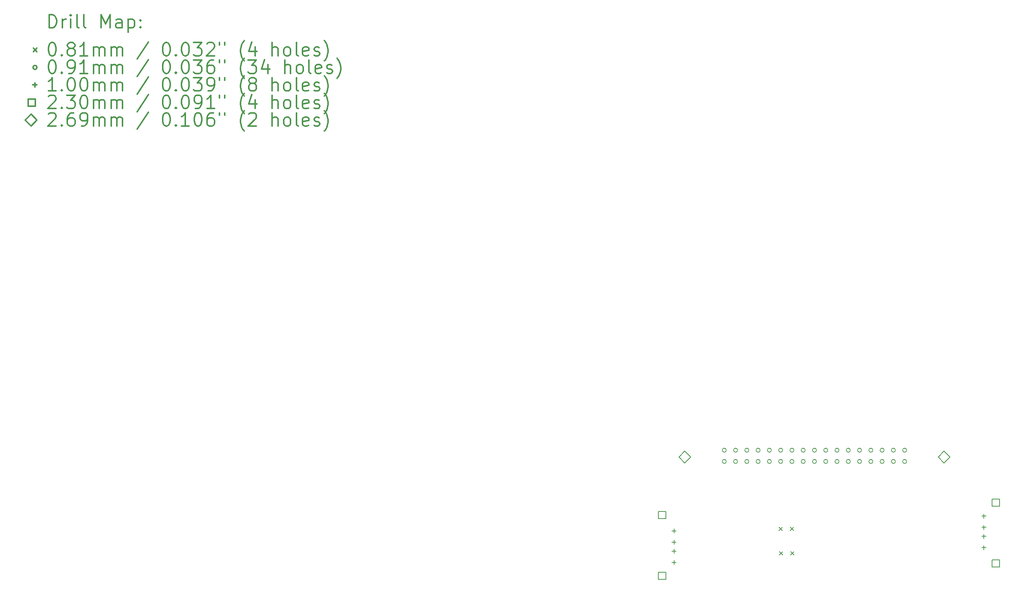
<source format=gbr>
%FSLAX45Y45*%
G04 Gerber Fmt 4.5, Leading zero omitted, Abs format (unit mm)*
G04 Created by KiCad (PCBNEW 4.0.2-4+6225~38~ubuntu14.04.1-stable) date Fri 25 Mar 2016 04:21:07 PM CET*
%MOMM*%
G01*
G04 APERTURE LIST*
%ADD10C,0.127000*%
%ADD11C,0.200000*%
%ADD12C,0.300000*%
G04 APERTURE END LIST*
D10*
D11*
X16714470Y-11729720D02*
X16795750Y-11811000D01*
X16795750Y-11729720D02*
X16714470Y-11811000D01*
X16723360Y-12278360D02*
X16804640Y-12359640D01*
X16804640Y-12278360D02*
X16723360Y-12359640D01*
X16968470Y-11729720D02*
X17049750Y-11811000D01*
X17049750Y-11729720D02*
X16968470Y-11811000D01*
X16977360Y-12278360D02*
X17058640Y-12359640D01*
X17058640Y-12278360D02*
X16977360Y-12359640D01*
X15530830Y-9992360D02*
G75*
G03X15530830Y-9992360I-45720J0D01*
G01*
X15530830Y-10246360D02*
G75*
G03X15530830Y-10246360I-45720J0D01*
G01*
X15784830Y-9992360D02*
G75*
G03X15784830Y-9992360I-45720J0D01*
G01*
X15784830Y-10246360D02*
G75*
G03X15784830Y-10246360I-45720J0D01*
G01*
X16038830Y-9992360D02*
G75*
G03X16038830Y-9992360I-45720J0D01*
G01*
X16038830Y-10246360D02*
G75*
G03X16038830Y-10246360I-45720J0D01*
G01*
X16292830Y-9992360D02*
G75*
G03X16292830Y-9992360I-45720J0D01*
G01*
X16292830Y-10246360D02*
G75*
G03X16292830Y-10246360I-45720J0D01*
G01*
X16546830Y-9992360D02*
G75*
G03X16546830Y-9992360I-45720J0D01*
G01*
X16546830Y-10246360D02*
G75*
G03X16546830Y-10246360I-45720J0D01*
G01*
X16800830Y-9992360D02*
G75*
G03X16800830Y-9992360I-45720J0D01*
G01*
X16800830Y-10246360D02*
G75*
G03X16800830Y-10246360I-45720J0D01*
G01*
X17054830Y-9992360D02*
G75*
G03X17054830Y-9992360I-45720J0D01*
G01*
X17054830Y-10246360D02*
G75*
G03X17054830Y-10246360I-45720J0D01*
G01*
X17308830Y-9992360D02*
G75*
G03X17308830Y-9992360I-45720J0D01*
G01*
X17308830Y-10246360D02*
G75*
G03X17308830Y-10246360I-45720J0D01*
G01*
X17562830Y-9992360D02*
G75*
G03X17562830Y-9992360I-45720J0D01*
G01*
X17562830Y-10246360D02*
G75*
G03X17562830Y-10246360I-45720J0D01*
G01*
X17816830Y-9992360D02*
G75*
G03X17816830Y-9992360I-45720J0D01*
G01*
X17816830Y-10246360D02*
G75*
G03X17816830Y-10246360I-45720J0D01*
G01*
X18070830Y-9992360D02*
G75*
G03X18070830Y-9992360I-45720J0D01*
G01*
X18070830Y-10246360D02*
G75*
G03X18070830Y-10246360I-45720J0D01*
G01*
X18324830Y-9992360D02*
G75*
G03X18324830Y-9992360I-45720J0D01*
G01*
X18324830Y-10246360D02*
G75*
G03X18324830Y-10246360I-45720J0D01*
G01*
X18578830Y-9992360D02*
G75*
G03X18578830Y-9992360I-45720J0D01*
G01*
X18578830Y-10246360D02*
G75*
G03X18578830Y-10246360I-45720J0D01*
G01*
X18832830Y-9992360D02*
G75*
G03X18832830Y-9992360I-45720J0D01*
G01*
X18832830Y-10246360D02*
G75*
G03X18832830Y-10246360I-45720J0D01*
G01*
X19086830Y-9992360D02*
G75*
G03X19086830Y-9992360I-45720J0D01*
G01*
X19086830Y-10246360D02*
G75*
G03X19086830Y-10246360I-45720J0D01*
G01*
X19340830Y-9992360D02*
G75*
G03X19340830Y-9992360I-45720J0D01*
G01*
X19340830Y-10246360D02*
G75*
G03X19340830Y-10246360I-45720J0D01*
G01*
X19594830Y-9992360D02*
G75*
G03X19594830Y-9992360I-45720J0D01*
G01*
X19594830Y-10246360D02*
G75*
G03X19594830Y-10246360I-45720J0D01*
G01*
X14351212Y-11761048D02*
X14351212Y-11861124D01*
X14301174Y-11811086D02*
X14401250Y-11811086D01*
X14351212Y-12015048D02*
X14351212Y-12115124D01*
X14301174Y-12065086D02*
X14401250Y-12065086D01*
X14351212Y-12218248D02*
X14351212Y-12318324D01*
X14301174Y-12268286D02*
X14401250Y-12268286D01*
X14351212Y-12472248D02*
X14351212Y-12572324D01*
X14301174Y-12522286D02*
X14401250Y-12522286D01*
X21335788Y-11430676D02*
X21335788Y-11530752D01*
X21285750Y-11480714D02*
X21385826Y-11480714D01*
X21335788Y-11684676D02*
X21335788Y-11784752D01*
X21285750Y-11734714D02*
X21385826Y-11734714D01*
X21335788Y-11887876D02*
X21335788Y-11987952D01*
X21285750Y-11937914D02*
X21385826Y-11937914D01*
X21335788Y-12141876D02*
X21335788Y-12241952D01*
X21285750Y-12191914D02*
X21385826Y-12191914D01*
X14165874Y-11536848D02*
X14165874Y-11374124D01*
X14003150Y-11374124D01*
X14003150Y-11536848D01*
X14165874Y-11536848D01*
X14165874Y-12908448D02*
X14165874Y-12745724D01*
X14003150Y-12745724D01*
X14003150Y-12908448D01*
X14165874Y-12908448D01*
X21683850Y-11257276D02*
X21683850Y-11094552D01*
X21521126Y-11094552D01*
X21521126Y-11257276D01*
X21683850Y-11257276D01*
X21683850Y-12628876D02*
X21683850Y-12466152D01*
X21521126Y-12466152D01*
X21521126Y-12628876D01*
X21683850Y-12628876D01*
X14596110Y-10279380D02*
X14730730Y-10144760D01*
X14596110Y-10010140D01*
X14461490Y-10144760D01*
X14596110Y-10279380D01*
X20438110Y-10279380D02*
X20572730Y-10144760D01*
X20438110Y-10010140D01*
X20303490Y-10144760D01*
X20438110Y-10279380D01*
D12*
X271429Y-465714D02*
X271429Y-165714D01*
X342857Y-165714D01*
X385714Y-180000D01*
X414286Y-208571D01*
X428571Y-237143D01*
X442857Y-294286D01*
X442857Y-337143D01*
X428571Y-394286D01*
X414286Y-422857D01*
X385714Y-451429D01*
X342857Y-465714D01*
X271429Y-465714D01*
X571429Y-465714D02*
X571429Y-265714D01*
X571429Y-322857D02*
X585714Y-294286D01*
X600000Y-280000D01*
X628571Y-265714D01*
X657143Y-265714D01*
X757143Y-465714D02*
X757143Y-265714D01*
X757143Y-165714D02*
X742857Y-180000D01*
X757143Y-194286D01*
X771429Y-180000D01*
X757143Y-165714D01*
X757143Y-194286D01*
X942857Y-465714D02*
X914286Y-451429D01*
X900000Y-422857D01*
X900000Y-165714D01*
X1100000Y-465714D02*
X1071429Y-451429D01*
X1057143Y-422857D01*
X1057143Y-165714D01*
X1442857Y-465714D02*
X1442857Y-165714D01*
X1542857Y-380000D01*
X1642857Y-165714D01*
X1642857Y-465714D01*
X1914286Y-465714D02*
X1914286Y-308571D01*
X1900000Y-280000D01*
X1871429Y-265714D01*
X1814286Y-265714D01*
X1785714Y-280000D01*
X1914286Y-451429D02*
X1885714Y-465714D01*
X1814286Y-465714D01*
X1785714Y-451429D01*
X1771429Y-422857D01*
X1771429Y-394286D01*
X1785714Y-365714D01*
X1814286Y-351429D01*
X1885714Y-351429D01*
X1914286Y-337143D01*
X2057143Y-265714D02*
X2057143Y-565714D01*
X2057143Y-280000D02*
X2085714Y-265714D01*
X2142857Y-265714D01*
X2171429Y-280000D01*
X2185714Y-294286D01*
X2200000Y-322857D01*
X2200000Y-408571D01*
X2185714Y-437143D01*
X2171429Y-451429D01*
X2142857Y-465714D01*
X2085714Y-465714D01*
X2057143Y-451429D01*
X2328572Y-437143D02*
X2342857Y-451429D01*
X2328572Y-465714D01*
X2314286Y-451429D01*
X2328572Y-437143D01*
X2328572Y-465714D01*
X2328572Y-280000D02*
X2342857Y-294286D01*
X2328572Y-308571D01*
X2314286Y-294286D01*
X2328572Y-280000D01*
X2328572Y-308571D01*
X-81280Y-919360D02*
X0Y-1000640D01*
X0Y-919360D02*
X-81280Y-1000640D01*
X328571Y-795714D02*
X357143Y-795714D01*
X385714Y-810000D01*
X400000Y-824286D01*
X414286Y-852857D01*
X428571Y-910000D01*
X428571Y-981429D01*
X414286Y-1038571D01*
X400000Y-1067143D01*
X385714Y-1081429D01*
X357143Y-1095714D01*
X328571Y-1095714D01*
X300000Y-1081429D01*
X285714Y-1067143D01*
X271429Y-1038571D01*
X257143Y-981429D01*
X257143Y-910000D01*
X271429Y-852857D01*
X285714Y-824286D01*
X300000Y-810000D01*
X328571Y-795714D01*
X557143Y-1067143D02*
X571429Y-1081429D01*
X557143Y-1095714D01*
X542857Y-1081429D01*
X557143Y-1067143D01*
X557143Y-1095714D01*
X742857Y-924286D02*
X714286Y-910000D01*
X700000Y-895714D01*
X685714Y-867143D01*
X685714Y-852857D01*
X700000Y-824286D01*
X714286Y-810000D01*
X742857Y-795714D01*
X800000Y-795714D01*
X828571Y-810000D01*
X842857Y-824286D01*
X857143Y-852857D01*
X857143Y-867143D01*
X842857Y-895714D01*
X828571Y-910000D01*
X800000Y-924286D01*
X742857Y-924286D01*
X714286Y-938571D01*
X700000Y-952857D01*
X685714Y-981429D01*
X685714Y-1038571D01*
X700000Y-1067143D01*
X714286Y-1081429D01*
X742857Y-1095714D01*
X800000Y-1095714D01*
X828571Y-1081429D01*
X842857Y-1067143D01*
X857143Y-1038571D01*
X857143Y-981429D01*
X842857Y-952857D01*
X828571Y-938571D01*
X800000Y-924286D01*
X1142857Y-1095714D02*
X971429Y-1095714D01*
X1057143Y-1095714D02*
X1057143Y-795714D01*
X1028571Y-838571D01*
X1000000Y-867143D01*
X971429Y-881429D01*
X1271429Y-1095714D02*
X1271429Y-895714D01*
X1271429Y-924286D02*
X1285714Y-910000D01*
X1314286Y-895714D01*
X1357143Y-895714D01*
X1385714Y-910000D01*
X1400000Y-938571D01*
X1400000Y-1095714D01*
X1400000Y-938571D02*
X1414286Y-910000D01*
X1442857Y-895714D01*
X1485714Y-895714D01*
X1514286Y-910000D01*
X1528571Y-938571D01*
X1528571Y-1095714D01*
X1671429Y-1095714D02*
X1671429Y-895714D01*
X1671429Y-924286D02*
X1685714Y-910000D01*
X1714286Y-895714D01*
X1757143Y-895714D01*
X1785714Y-910000D01*
X1800000Y-938571D01*
X1800000Y-1095714D01*
X1800000Y-938571D02*
X1814286Y-910000D01*
X1842857Y-895714D01*
X1885714Y-895714D01*
X1914286Y-910000D01*
X1928571Y-938571D01*
X1928571Y-1095714D01*
X2514286Y-781429D02*
X2257143Y-1167143D01*
X2900000Y-795714D02*
X2928571Y-795714D01*
X2957143Y-810000D01*
X2971428Y-824286D01*
X2985714Y-852857D01*
X3000000Y-910000D01*
X3000000Y-981429D01*
X2985714Y-1038571D01*
X2971428Y-1067143D01*
X2957143Y-1081429D01*
X2928571Y-1095714D01*
X2900000Y-1095714D01*
X2871428Y-1081429D01*
X2857143Y-1067143D01*
X2842857Y-1038571D01*
X2828571Y-981429D01*
X2828571Y-910000D01*
X2842857Y-852857D01*
X2857143Y-824286D01*
X2871428Y-810000D01*
X2900000Y-795714D01*
X3128571Y-1067143D02*
X3142857Y-1081429D01*
X3128571Y-1095714D01*
X3114286Y-1081429D01*
X3128571Y-1067143D01*
X3128571Y-1095714D01*
X3328571Y-795714D02*
X3357143Y-795714D01*
X3385714Y-810000D01*
X3400000Y-824286D01*
X3414286Y-852857D01*
X3428571Y-910000D01*
X3428571Y-981429D01*
X3414286Y-1038571D01*
X3400000Y-1067143D01*
X3385714Y-1081429D01*
X3357143Y-1095714D01*
X3328571Y-1095714D01*
X3300000Y-1081429D01*
X3285714Y-1067143D01*
X3271428Y-1038571D01*
X3257143Y-981429D01*
X3257143Y-910000D01*
X3271428Y-852857D01*
X3285714Y-824286D01*
X3300000Y-810000D01*
X3328571Y-795714D01*
X3528571Y-795714D02*
X3714286Y-795714D01*
X3614286Y-910000D01*
X3657143Y-910000D01*
X3685714Y-924286D01*
X3700000Y-938571D01*
X3714286Y-967143D01*
X3714286Y-1038571D01*
X3700000Y-1067143D01*
X3685714Y-1081429D01*
X3657143Y-1095714D01*
X3571428Y-1095714D01*
X3542857Y-1081429D01*
X3528571Y-1067143D01*
X3828571Y-824286D02*
X3842857Y-810000D01*
X3871428Y-795714D01*
X3942857Y-795714D01*
X3971428Y-810000D01*
X3985714Y-824286D01*
X4000000Y-852857D01*
X4000000Y-881429D01*
X3985714Y-924286D01*
X3814286Y-1095714D01*
X4000000Y-1095714D01*
X4114286Y-795714D02*
X4114286Y-852857D01*
X4228571Y-795714D02*
X4228571Y-852857D01*
X4671429Y-1210000D02*
X4657143Y-1195714D01*
X4628571Y-1152857D01*
X4614286Y-1124286D01*
X4600000Y-1081429D01*
X4585714Y-1010000D01*
X4585714Y-952857D01*
X4600000Y-881429D01*
X4614286Y-838571D01*
X4628571Y-810000D01*
X4657143Y-767143D01*
X4671429Y-752857D01*
X4914286Y-895714D02*
X4914286Y-1095714D01*
X4842857Y-781429D02*
X4771429Y-995714D01*
X4957143Y-995714D01*
X5300000Y-1095714D02*
X5300000Y-795714D01*
X5428571Y-1095714D02*
X5428571Y-938571D01*
X5414286Y-910000D01*
X5385714Y-895714D01*
X5342857Y-895714D01*
X5314286Y-910000D01*
X5300000Y-924286D01*
X5614286Y-1095714D02*
X5585714Y-1081429D01*
X5571429Y-1067143D01*
X5557143Y-1038571D01*
X5557143Y-952857D01*
X5571429Y-924286D01*
X5585714Y-910000D01*
X5614286Y-895714D01*
X5657143Y-895714D01*
X5685714Y-910000D01*
X5700000Y-924286D01*
X5714286Y-952857D01*
X5714286Y-1038571D01*
X5700000Y-1067143D01*
X5685714Y-1081429D01*
X5657143Y-1095714D01*
X5614286Y-1095714D01*
X5885714Y-1095714D02*
X5857143Y-1081429D01*
X5842857Y-1052857D01*
X5842857Y-795714D01*
X6114286Y-1081429D02*
X6085714Y-1095714D01*
X6028571Y-1095714D01*
X6000000Y-1081429D01*
X5985714Y-1052857D01*
X5985714Y-938571D01*
X6000000Y-910000D01*
X6028571Y-895714D01*
X6085714Y-895714D01*
X6114286Y-910000D01*
X6128571Y-938571D01*
X6128571Y-967143D01*
X5985714Y-995714D01*
X6242857Y-1081429D02*
X6271429Y-1095714D01*
X6328571Y-1095714D01*
X6357143Y-1081429D01*
X6371429Y-1052857D01*
X6371429Y-1038571D01*
X6357143Y-1010000D01*
X6328571Y-995714D01*
X6285714Y-995714D01*
X6257143Y-981429D01*
X6242857Y-952857D01*
X6242857Y-938571D01*
X6257143Y-910000D01*
X6285714Y-895714D01*
X6328571Y-895714D01*
X6357143Y-910000D01*
X6471428Y-1210000D02*
X6485714Y-1195714D01*
X6514286Y-1152857D01*
X6528571Y-1124286D01*
X6542857Y-1081429D01*
X6557143Y-1010000D01*
X6557143Y-952857D01*
X6542857Y-881429D01*
X6528571Y-838571D01*
X6514286Y-810000D01*
X6485714Y-767143D01*
X6471428Y-752857D01*
X0Y-1356000D02*
G75*
G03X0Y-1356000I-45720J0D01*
G01*
X328571Y-1191714D02*
X357143Y-1191714D01*
X385714Y-1206000D01*
X400000Y-1220286D01*
X414286Y-1248857D01*
X428571Y-1306000D01*
X428571Y-1377429D01*
X414286Y-1434571D01*
X400000Y-1463143D01*
X385714Y-1477429D01*
X357143Y-1491714D01*
X328571Y-1491714D01*
X300000Y-1477429D01*
X285714Y-1463143D01*
X271429Y-1434571D01*
X257143Y-1377429D01*
X257143Y-1306000D01*
X271429Y-1248857D01*
X285714Y-1220286D01*
X300000Y-1206000D01*
X328571Y-1191714D01*
X557143Y-1463143D02*
X571429Y-1477429D01*
X557143Y-1491714D01*
X542857Y-1477429D01*
X557143Y-1463143D01*
X557143Y-1491714D01*
X714286Y-1491714D02*
X771428Y-1491714D01*
X800000Y-1477429D01*
X814286Y-1463143D01*
X842857Y-1420286D01*
X857143Y-1363143D01*
X857143Y-1248857D01*
X842857Y-1220286D01*
X828571Y-1206000D01*
X800000Y-1191714D01*
X742857Y-1191714D01*
X714286Y-1206000D01*
X700000Y-1220286D01*
X685714Y-1248857D01*
X685714Y-1320286D01*
X700000Y-1348857D01*
X714286Y-1363143D01*
X742857Y-1377429D01*
X800000Y-1377429D01*
X828571Y-1363143D01*
X842857Y-1348857D01*
X857143Y-1320286D01*
X1142857Y-1491714D02*
X971429Y-1491714D01*
X1057143Y-1491714D02*
X1057143Y-1191714D01*
X1028571Y-1234571D01*
X1000000Y-1263143D01*
X971429Y-1277429D01*
X1271429Y-1491714D02*
X1271429Y-1291714D01*
X1271429Y-1320286D02*
X1285714Y-1306000D01*
X1314286Y-1291714D01*
X1357143Y-1291714D01*
X1385714Y-1306000D01*
X1400000Y-1334571D01*
X1400000Y-1491714D01*
X1400000Y-1334571D02*
X1414286Y-1306000D01*
X1442857Y-1291714D01*
X1485714Y-1291714D01*
X1514286Y-1306000D01*
X1528571Y-1334571D01*
X1528571Y-1491714D01*
X1671429Y-1491714D02*
X1671429Y-1291714D01*
X1671429Y-1320286D02*
X1685714Y-1306000D01*
X1714286Y-1291714D01*
X1757143Y-1291714D01*
X1785714Y-1306000D01*
X1800000Y-1334571D01*
X1800000Y-1491714D01*
X1800000Y-1334571D02*
X1814286Y-1306000D01*
X1842857Y-1291714D01*
X1885714Y-1291714D01*
X1914286Y-1306000D01*
X1928571Y-1334571D01*
X1928571Y-1491714D01*
X2514286Y-1177429D02*
X2257143Y-1563143D01*
X2900000Y-1191714D02*
X2928571Y-1191714D01*
X2957143Y-1206000D01*
X2971428Y-1220286D01*
X2985714Y-1248857D01*
X3000000Y-1306000D01*
X3000000Y-1377429D01*
X2985714Y-1434571D01*
X2971428Y-1463143D01*
X2957143Y-1477429D01*
X2928571Y-1491714D01*
X2900000Y-1491714D01*
X2871428Y-1477429D01*
X2857143Y-1463143D01*
X2842857Y-1434571D01*
X2828571Y-1377429D01*
X2828571Y-1306000D01*
X2842857Y-1248857D01*
X2857143Y-1220286D01*
X2871428Y-1206000D01*
X2900000Y-1191714D01*
X3128571Y-1463143D02*
X3142857Y-1477429D01*
X3128571Y-1491714D01*
X3114286Y-1477429D01*
X3128571Y-1463143D01*
X3128571Y-1491714D01*
X3328571Y-1191714D02*
X3357143Y-1191714D01*
X3385714Y-1206000D01*
X3400000Y-1220286D01*
X3414286Y-1248857D01*
X3428571Y-1306000D01*
X3428571Y-1377429D01*
X3414286Y-1434571D01*
X3400000Y-1463143D01*
X3385714Y-1477429D01*
X3357143Y-1491714D01*
X3328571Y-1491714D01*
X3300000Y-1477429D01*
X3285714Y-1463143D01*
X3271428Y-1434571D01*
X3257143Y-1377429D01*
X3257143Y-1306000D01*
X3271428Y-1248857D01*
X3285714Y-1220286D01*
X3300000Y-1206000D01*
X3328571Y-1191714D01*
X3528571Y-1191714D02*
X3714286Y-1191714D01*
X3614286Y-1306000D01*
X3657143Y-1306000D01*
X3685714Y-1320286D01*
X3700000Y-1334571D01*
X3714286Y-1363143D01*
X3714286Y-1434571D01*
X3700000Y-1463143D01*
X3685714Y-1477429D01*
X3657143Y-1491714D01*
X3571428Y-1491714D01*
X3542857Y-1477429D01*
X3528571Y-1463143D01*
X3971428Y-1191714D02*
X3914286Y-1191714D01*
X3885714Y-1206000D01*
X3871428Y-1220286D01*
X3842857Y-1263143D01*
X3828571Y-1320286D01*
X3828571Y-1434571D01*
X3842857Y-1463143D01*
X3857143Y-1477429D01*
X3885714Y-1491714D01*
X3942857Y-1491714D01*
X3971428Y-1477429D01*
X3985714Y-1463143D01*
X4000000Y-1434571D01*
X4000000Y-1363143D01*
X3985714Y-1334571D01*
X3971428Y-1320286D01*
X3942857Y-1306000D01*
X3885714Y-1306000D01*
X3857143Y-1320286D01*
X3842857Y-1334571D01*
X3828571Y-1363143D01*
X4114286Y-1191714D02*
X4114286Y-1248857D01*
X4228571Y-1191714D02*
X4228571Y-1248857D01*
X4671429Y-1606000D02*
X4657143Y-1591714D01*
X4628571Y-1548857D01*
X4614286Y-1520286D01*
X4600000Y-1477429D01*
X4585714Y-1406000D01*
X4585714Y-1348857D01*
X4600000Y-1277429D01*
X4614286Y-1234571D01*
X4628571Y-1206000D01*
X4657143Y-1163143D01*
X4671429Y-1148857D01*
X4757143Y-1191714D02*
X4942857Y-1191714D01*
X4842857Y-1306000D01*
X4885714Y-1306000D01*
X4914286Y-1320286D01*
X4928571Y-1334571D01*
X4942857Y-1363143D01*
X4942857Y-1434571D01*
X4928571Y-1463143D01*
X4914286Y-1477429D01*
X4885714Y-1491714D01*
X4800000Y-1491714D01*
X4771429Y-1477429D01*
X4757143Y-1463143D01*
X5200000Y-1291714D02*
X5200000Y-1491714D01*
X5128571Y-1177429D02*
X5057143Y-1391714D01*
X5242857Y-1391714D01*
X5585714Y-1491714D02*
X5585714Y-1191714D01*
X5714286Y-1491714D02*
X5714286Y-1334571D01*
X5700000Y-1306000D01*
X5671428Y-1291714D01*
X5628571Y-1291714D01*
X5600000Y-1306000D01*
X5585714Y-1320286D01*
X5900000Y-1491714D02*
X5871428Y-1477429D01*
X5857143Y-1463143D01*
X5842857Y-1434571D01*
X5842857Y-1348857D01*
X5857143Y-1320286D01*
X5871428Y-1306000D01*
X5900000Y-1291714D01*
X5942857Y-1291714D01*
X5971428Y-1306000D01*
X5985714Y-1320286D01*
X6000000Y-1348857D01*
X6000000Y-1434571D01*
X5985714Y-1463143D01*
X5971428Y-1477429D01*
X5942857Y-1491714D01*
X5900000Y-1491714D01*
X6171428Y-1491714D02*
X6142857Y-1477429D01*
X6128571Y-1448857D01*
X6128571Y-1191714D01*
X6400000Y-1477429D02*
X6371429Y-1491714D01*
X6314286Y-1491714D01*
X6285714Y-1477429D01*
X6271429Y-1448857D01*
X6271429Y-1334571D01*
X6285714Y-1306000D01*
X6314286Y-1291714D01*
X6371429Y-1291714D01*
X6400000Y-1306000D01*
X6414286Y-1334571D01*
X6414286Y-1363143D01*
X6271429Y-1391714D01*
X6528571Y-1477429D02*
X6557143Y-1491714D01*
X6614286Y-1491714D01*
X6642857Y-1477429D01*
X6657143Y-1448857D01*
X6657143Y-1434571D01*
X6642857Y-1406000D01*
X6614286Y-1391714D01*
X6571429Y-1391714D01*
X6542857Y-1377429D01*
X6528571Y-1348857D01*
X6528571Y-1334571D01*
X6542857Y-1306000D01*
X6571429Y-1291714D01*
X6614286Y-1291714D01*
X6642857Y-1306000D01*
X6757143Y-1606000D02*
X6771429Y-1591714D01*
X6800000Y-1548857D01*
X6814286Y-1520286D01*
X6828571Y-1477429D01*
X6842857Y-1406000D01*
X6842857Y-1348857D01*
X6828571Y-1277429D01*
X6814286Y-1234571D01*
X6800000Y-1206000D01*
X6771429Y-1163143D01*
X6757143Y-1148857D01*
X-50038Y-1701962D02*
X-50038Y-1802038D01*
X-100076Y-1752000D02*
X0Y-1752000D01*
X428571Y-1887714D02*
X257143Y-1887714D01*
X342857Y-1887714D02*
X342857Y-1587714D01*
X314286Y-1630571D01*
X285714Y-1659143D01*
X257143Y-1673429D01*
X557143Y-1859143D02*
X571429Y-1873429D01*
X557143Y-1887714D01*
X542857Y-1873429D01*
X557143Y-1859143D01*
X557143Y-1887714D01*
X757143Y-1587714D02*
X785714Y-1587714D01*
X814286Y-1602000D01*
X828571Y-1616286D01*
X842857Y-1644857D01*
X857143Y-1702000D01*
X857143Y-1773429D01*
X842857Y-1830571D01*
X828571Y-1859143D01*
X814286Y-1873429D01*
X785714Y-1887714D01*
X757143Y-1887714D01*
X728571Y-1873429D01*
X714286Y-1859143D01*
X700000Y-1830571D01*
X685714Y-1773429D01*
X685714Y-1702000D01*
X700000Y-1644857D01*
X714286Y-1616286D01*
X728571Y-1602000D01*
X757143Y-1587714D01*
X1042857Y-1587714D02*
X1071429Y-1587714D01*
X1100000Y-1602000D01*
X1114286Y-1616286D01*
X1128571Y-1644857D01*
X1142857Y-1702000D01*
X1142857Y-1773429D01*
X1128571Y-1830571D01*
X1114286Y-1859143D01*
X1100000Y-1873429D01*
X1071429Y-1887714D01*
X1042857Y-1887714D01*
X1014286Y-1873429D01*
X1000000Y-1859143D01*
X985714Y-1830571D01*
X971429Y-1773429D01*
X971429Y-1702000D01*
X985714Y-1644857D01*
X1000000Y-1616286D01*
X1014286Y-1602000D01*
X1042857Y-1587714D01*
X1271429Y-1887714D02*
X1271429Y-1687714D01*
X1271429Y-1716286D02*
X1285714Y-1702000D01*
X1314286Y-1687714D01*
X1357143Y-1687714D01*
X1385714Y-1702000D01*
X1400000Y-1730571D01*
X1400000Y-1887714D01*
X1400000Y-1730571D02*
X1414286Y-1702000D01*
X1442857Y-1687714D01*
X1485714Y-1687714D01*
X1514286Y-1702000D01*
X1528571Y-1730571D01*
X1528571Y-1887714D01*
X1671429Y-1887714D02*
X1671429Y-1687714D01*
X1671429Y-1716286D02*
X1685714Y-1702000D01*
X1714286Y-1687714D01*
X1757143Y-1687714D01*
X1785714Y-1702000D01*
X1800000Y-1730571D01*
X1800000Y-1887714D01*
X1800000Y-1730571D02*
X1814286Y-1702000D01*
X1842857Y-1687714D01*
X1885714Y-1687714D01*
X1914286Y-1702000D01*
X1928571Y-1730571D01*
X1928571Y-1887714D01*
X2514286Y-1573429D02*
X2257143Y-1959143D01*
X2900000Y-1587714D02*
X2928571Y-1587714D01*
X2957143Y-1602000D01*
X2971428Y-1616286D01*
X2985714Y-1644857D01*
X3000000Y-1702000D01*
X3000000Y-1773429D01*
X2985714Y-1830571D01*
X2971428Y-1859143D01*
X2957143Y-1873429D01*
X2928571Y-1887714D01*
X2900000Y-1887714D01*
X2871428Y-1873429D01*
X2857143Y-1859143D01*
X2842857Y-1830571D01*
X2828571Y-1773429D01*
X2828571Y-1702000D01*
X2842857Y-1644857D01*
X2857143Y-1616286D01*
X2871428Y-1602000D01*
X2900000Y-1587714D01*
X3128571Y-1859143D02*
X3142857Y-1873429D01*
X3128571Y-1887714D01*
X3114286Y-1873429D01*
X3128571Y-1859143D01*
X3128571Y-1887714D01*
X3328571Y-1587714D02*
X3357143Y-1587714D01*
X3385714Y-1602000D01*
X3400000Y-1616286D01*
X3414286Y-1644857D01*
X3428571Y-1702000D01*
X3428571Y-1773429D01*
X3414286Y-1830571D01*
X3400000Y-1859143D01*
X3385714Y-1873429D01*
X3357143Y-1887714D01*
X3328571Y-1887714D01*
X3300000Y-1873429D01*
X3285714Y-1859143D01*
X3271428Y-1830571D01*
X3257143Y-1773429D01*
X3257143Y-1702000D01*
X3271428Y-1644857D01*
X3285714Y-1616286D01*
X3300000Y-1602000D01*
X3328571Y-1587714D01*
X3528571Y-1587714D02*
X3714286Y-1587714D01*
X3614286Y-1702000D01*
X3657143Y-1702000D01*
X3685714Y-1716286D01*
X3700000Y-1730571D01*
X3714286Y-1759143D01*
X3714286Y-1830571D01*
X3700000Y-1859143D01*
X3685714Y-1873429D01*
X3657143Y-1887714D01*
X3571428Y-1887714D01*
X3542857Y-1873429D01*
X3528571Y-1859143D01*
X3857143Y-1887714D02*
X3914286Y-1887714D01*
X3942857Y-1873429D01*
X3957143Y-1859143D01*
X3985714Y-1816286D01*
X4000000Y-1759143D01*
X4000000Y-1644857D01*
X3985714Y-1616286D01*
X3971428Y-1602000D01*
X3942857Y-1587714D01*
X3885714Y-1587714D01*
X3857143Y-1602000D01*
X3842857Y-1616286D01*
X3828571Y-1644857D01*
X3828571Y-1716286D01*
X3842857Y-1744857D01*
X3857143Y-1759143D01*
X3885714Y-1773429D01*
X3942857Y-1773429D01*
X3971428Y-1759143D01*
X3985714Y-1744857D01*
X4000000Y-1716286D01*
X4114286Y-1587714D02*
X4114286Y-1644857D01*
X4228571Y-1587714D02*
X4228571Y-1644857D01*
X4671429Y-2002000D02*
X4657143Y-1987714D01*
X4628571Y-1944857D01*
X4614286Y-1916286D01*
X4600000Y-1873429D01*
X4585714Y-1802000D01*
X4585714Y-1744857D01*
X4600000Y-1673429D01*
X4614286Y-1630571D01*
X4628571Y-1602000D01*
X4657143Y-1559143D01*
X4671429Y-1544857D01*
X4828571Y-1716286D02*
X4800000Y-1702000D01*
X4785714Y-1687714D01*
X4771429Y-1659143D01*
X4771429Y-1644857D01*
X4785714Y-1616286D01*
X4800000Y-1602000D01*
X4828571Y-1587714D01*
X4885714Y-1587714D01*
X4914286Y-1602000D01*
X4928571Y-1616286D01*
X4942857Y-1644857D01*
X4942857Y-1659143D01*
X4928571Y-1687714D01*
X4914286Y-1702000D01*
X4885714Y-1716286D01*
X4828571Y-1716286D01*
X4800000Y-1730571D01*
X4785714Y-1744857D01*
X4771429Y-1773429D01*
X4771429Y-1830571D01*
X4785714Y-1859143D01*
X4800000Y-1873429D01*
X4828571Y-1887714D01*
X4885714Y-1887714D01*
X4914286Y-1873429D01*
X4928571Y-1859143D01*
X4942857Y-1830571D01*
X4942857Y-1773429D01*
X4928571Y-1744857D01*
X4914286Y-1730571D01*
X4885714Y-1716286D01*
X5300000Y-1887714D02*
X5300000Y-1587714D01*
X5428571Y-1887714D02*
X5428571Y-1730571D01*
X5414286Y-1702000D01*
X5385714Y-1687714D01*
X5342857Y-1687714D01*
X5314286Y-1702000D01*
X5300000Y-1716286D01*
X5614286Y-1887714D02*
X5585714Y-1873429D01*
X5571429Y-1859143D01*
X5557143Y-1830571D01*
X5557143Y-1744857D01*
X5571429Y-1716286D01*
X5585714Y-1702000D01*
X5614286Y-1687714D01*
X5657143Y-1687714D01*
X5685714Y-1702000D01*
X5700000Y-1716286D01*
X5714286Y-1744857D01*
X5714286Y-1830571D01*
X5700000Y-1859143D01*
X5685714Y-1873429D01*
X5657143Y-1887714D01*
X5614286Y-1887714D01*
X5885714Y-1887714D02*
X5857143Y-1873429D01*
X5842857Y-1844857D01*
X5842857Y-1587714D01*
X6114286Y-1873429D02*
X6085714Y-1887714D01*
X6028571Y-1887714D01*
X6000000Y-1873429D01*
X5985714Y-1844857D01*
X5985714Y-1730571D01*
X6000000Y-1702000D01*
X6028571Y-1687714D01*
X6085714Y-1687714D01*
X6114286Y-1702000D01*
X6128571Y-1730571D01*
X6128571Y-1759143D01*
X5985714Y-1787714D01*
X6242857Y-1873429D02*
X6271429Y-1887714D01*
X6328571Y-1887714D01*
X6357143Y-1873429D01*
X6371429Y-1844857D01*
X6371429Y-1830571D01*
X6357143Y-1802000D01*
X6328571Y-1787714D01*
X6285714Y-1787714D01*
X6257143Y-1773429D01*
X6242857Y-1744857D01*
X6242857Y-1730571D01*
X6257143Y-1702000D01*
X6285714Y-1687714D01*
X6328571Y-1687714D01*
X6357143Y-1702000D01*
X6471428Y-2002000D02*
X6485714Y-1987714D01*
X6514286Y-1944857D01*
X6528571Y-1916286D01*
X6542857Y-1873429D01*
X6557143Y-1802000D01*
X6557143Y-1744857D01*
X6542857Y-1673429D01*
X6528571Y-1630571D01*
X6514286Y-1602000D01*
X6485714Y-1559143D01*
X6471428Y-1544857D01*
X-33700Y-2229362D02*
X-33700Y-2066638D01*
X-196424Y-2066638D01*
X-196424Y-2229362D01*
X-33700Y-2229362D01*
X257143Y-2012286D02*
X271429Y-1998000D01*
X300000Y-1983714D01*
X371429Y-1983714D01*
X400000Y-1998000D01*
X414286Y-2012286D01*
X428571Y-2040857D01*
X428571Y-2069429D01*
X414286Y-2112286D01*
X242857Y-2283714D01*
X428571Y-2283714D01*
X557143Y-2255143D02*
X571429Y-2269429D01*
X557143Y-2283714D01*
X542857Y-2269429D01*
X557143Y-2255143D01*
X557143Y-2283714D01*
X671429Y-1983714D02*
X857143Y-1983714D01*
X757143Y-2098000D01*
X800000Y-2098000D01*
X828571Y-2112286D01*
X842857Y-2126571D01*
X857143Y-2155143D01*
X857143Y-2226571D01*
X842857Y-2255143D01*
X828571Y-2269429D01*
X800000Y-2283714D01*
X714286Y-2283714D01*
X685714Y-2269429D01*
X671429Y-2255143D01*
X1042857Y-1983714D02*
X1071429Y-1983714D01*
X1100000Y-1998000D01*
X1114286Y-2012286D01*
X1128571Y-2040857D01*
X1142857Y-2098000D01*
X1142857Y-2169429D01*
X1128571Y-2226571D01*
X1114286Y-2255143D01*
X1100000Y-2269429D01*
X1071429Y-2283714D01*
X1042857Y-2283714D01*
X1014286Y-2269429D01*
X1000000Y-2255143D01*
X985714Y-2226571D01*
X971429Y-2169429D01*
X971429Y-2098000D01*
X985714Y-2040857D01*
X1000000Y-2012286D01*
X1014286Y-1998000D01*
X1042857Y-1983714D01*
X1271429Y-2283714D02*
X1271429Y-2083714D01*
X1271429Y-2112286D02*
X1285714Y-2098000D01*
X1314286Y-2083714D01*
X1357143Y-2083714D01*
X1385714Y-2098000D01*
X1400000Y-2126571D01*
X1400000Y-2283714D01*
X1400000Y-2126571D02*
X1414286Y-2098000D01*
X1442857Y-2083714D01*
X1485714Y-2083714D01*
X1514286Y-2098000D01*
X1528571Y-2126571D01*
X1528571Y-2283714D01*
X1671429Y-2283714D02*
X1671429Y-2083714D01*
X1671429Y-2112286D02*
X1685714Y-2098000D01*
X1714286Y-2083714D01*
X1757143Y-2083714D01*
X1785714Y-2098000D01*
X1800000Y-2126571D01*
X1800000Y-2283714D01*
X1800000Y-2126571D02*
X1814286Y-2098000D01*
X1842857Y-2083714D01*
X1885714Y-2083714D01*
X1914286Y-2098000D01*
X1928571Y-2126571D01*
X1928571Y-2283714D01*
X2514286Y-1969429D02*
X2257143Y-2355143D01*
X2900000Y-1983714D02*
X2928571Y-1983714D01*
X2957143Y-1998000D01*
X2971428Y-2012286D01*
X2985714Y-2040857D01*
X3000000Y-2098000D01*
X3000000Y-2169429D01*
X2985714Y-2226571D01*
X2971428Y-2255143D01*
X2957143Y-2269429D01*
X2928571Y-2283714D01*
X2900000Y-2283714D01*
X2871428Y-2269429D01*
X2857143Y-2255143D01*
X2842857Y-2226571D01*
X2828571Y-2169429D01*
X2828571Y-2098000D01*
X2842857Y-2040857D01*
X2857143Y-2012286D01*
X2871428Y-1998000D01*
X2900000Y-1983714D01*
X3128571Y-2255143D02*
X3142857Y-2269429D01*
X3128571Y-2283714D01*
X3114286Y-2269429D01*
X3128571Y-2255143D01*
X3128571Y-2283714D01*
X3328571Y-1983714D02*
X3357143Y-1983714D01*
X3385714Y-1998000D01*
X3400000Y-2012286D01*
X3414286Y-2040857D01*
X3428571Y-2098000D01*
X3428571Y-2169429D01*
X3414286Y-2226571D01*
X3400000Y-2255143D01*
X3385714Y-2269429D01*
X3357143Y-2283714D01*
X3328571Y-2283714D01*
X3300000Y-2269429D01*
X3285714Y-2255143D01*
X3271428Y-2226571D01*
X3257143Y-2169429D01*
X3257143Y-2098000D01*
X3271428Y-2040857D01*
X3285714Y-2012286D01*
X3300000Y-1998000D01*
X3328571Y-1983714D01*
X3571428Y-2283714D02*
X3628571Y-2283714D01*
X3657143Y-2269429D01*
X3671428Y-2255143D01*
X3700000Y-2212286D01*
X3714286Y-2155143D01*
X3714286Y-2040857D01*
X3700000Y-2012286D01*
X3685714Y-1998000D01*
X3657143Y-1983714D01*
X3600000Y-1983714D01*
X3571428Y-1998000D01*
X3557143Y-2012286D01*
X3542857Y-2040857D01*
X3542857Y-2112286D01*
X3557143Y-2140857D01*
X3571428Y-2155143D01*
X3600000Y-2169429D01*
X3657143Y-2169429D01*
X3685714Y-2155143D01*
X3700000Y-2140857D01*
X3714286Y-2112286D01*
X4000000Y-2283714D02*
X3828571Y-2283714D01*
X3914286Y-2283714D02*
X3914286Y-1983714D01*
X3885714Y-2026571D01*
X3857143Y-2055143D01*
X3828571Y-2069429D01*
X4114286Y-1983714D02*
X4114286Y-2040857D01*
X4228571Y-1983714D02*
X4228571Y-2040857D01*
X4671429Y-2398000D02*
X4657143Y-2383714D01*
X4628571Y-2340857D01*
X4614286Y-2312286D01*
X4600000Y-2269429D01*
X4585714Y-2198000D01*
X4585714Y-2140857D01*
X4600000Y-2069429D01*
X4614286Y-2026571D01*
X4628571Y-1998000D01*
X4657143Y-1955143D01*
X4671429Y-1940857D01*
X4914286Y-2083714D02*
X4914286Y-2283714D01*
X4842857Y-1969429D02*
X4771429Y-2183714D01*
X4957143Y-2183714D01*
X5300000Y-2283714D02*
X5300000Y-1983714D01*
X5428571Y-2283714D02*
X5428571Y-2126571D01*
X5414286Y-2098000D01*
X5385714Y-2083714D01*
X5342857Y-2083714D01*
X5314286Y-2098000D01*
X5300000Y-2112286D01*
X5614286Y-2283714D02*
X5585714Y-2269429D01*
X5571429Y-2255143D01*
X5557143Y-2226571D01*
X5557143Y-2140857D01*
X5571429Y-2112286D01*
X5585714Y-2098000D01*
X5614286Y-2083714D01*
X5657143Y-2083714D01*
X5685714Y-2098000D01*
X5700000Y-2112286D01*
X5714286Y-2140857D01*
X5714286Y-2226571D01*
X5700000Y-2255143D01*
X5685714Y-2269429D01*
X5657143Y-2283714D01*
X5614286Y-2283714D01*
X5885714Y-2283714D02*
X5857143Y-2269429D01*
X5842857Y-2240857D01*
X5842857Y-1983714D01*
X6114286Y-2269429D02*
X6085714Y-2283714D01*
X6028571Y-2283714D01*
X6000000Y-2269429D01*
X5985714Y-2240857D01*
X5985714Y-2126571D01*
X6000000Y-2098000D01*
X6028571Y-2083714D01*
X6085714Y-2083714D01*
X6114286Y-2098000D01*
X6128571Y-2126571D01*
X6128571Y-2155143D01*
X5985714Y-2183714D01*
X6242857Y-2269429D02*
X6271429Y-2283714D01*
X6328571Y-2283714D01*
X6357143Y-2269429D01*
X6371429Y-2240857D01*
X6371429Y-2226571D01*
X6357143Y-2198000D01*
X6328571Y-2183714D01*
X6285714Y-2183714D01*
X6257143Y-2169429D01*
X6242857Y-2140857D01*
X6242857Y-2126571D01*
X6257143Y-2098000D01*
X6285714Y-2083714D01*
X6328571Y-2083714D01*
X6357143Y-2098000D01*
X6471428Y-2398000D02*
X6485714Y-2383714D01*
X6514286Y-2340857D01*
X6528571Y-2312286D01*
X6542857Y-2269429D01*
X6557143Y-2198000D01*
X6557143Y-2140857D01*
X6542857Y-2069429D01*
X6528571Y-2026571D01*
X6514286Y-1998000D01*
X6485714Y-1955143D01*
X6471428Y-1940857D01*
X-134620Y-2678620D02*
X0Y-2544000D01*
X-134620Y-2409380D01*
X-269240Y-2544000D01*
X-134620Y-2678620D01*
X257143Y-2408286D02*
X271429Y-2394000D01*
X300000Y-2379714D01*
X371429Y-2379714D01*
X400000Y-2394000D01*
X414286Y-2408286D01*
X428571Y-2436857D01*
X428571Y-2465429D01*
X414286Y-2508286D01*
X242857Y-2679714D01*
X428571Y-2679714D01*
X557143Y-2651143D02*
X571429Y-2665429D01*
X557143Y-2679714D01*
X542857Y-2665429D01*
X557143Y-2651143D01*
X557143Y-2679714D01*
X828571Y-2379714D02*
X771428Y-2379714D01*
X742857Y-2394000D01*
X728571Y-2408286D01*
X700000Y-2451143D01*
X685714Y-2508286D01*
X685714Y-2622571D01*
X700000Y-2651143D01*
X714286Y-2665429D01*
X742857Y-2679714D01*
X800000Y-2679714D01*
X828571Y-2665429D01*
X842857Y-2651143D01*
X857143Y-2622571D01*
X857143Y-2551143D01*
X842857Y-2522571D01*
X828571Y-2508286D01*
X800000Y-2494000D01*
X742857Y-2494000D01*
X714286Y-2508286D01*
X700000Y-2522571D01*
X685714Y-2551143D01*
X1000000Y-2679714D02*
X1057143Y-2679714D01*
X1085714Y-2665429D01*
X1100000Y-2651143D01*
X1128571Y-2608286D01*
X1142857Y-2551143D01*
X1142857Y-2436857D01*
X1128571Y-2408286D01*
X1114286Y-2394000D01*
X1085714Y-2379714D01*
X1028571Y-2379714D01*
X1000000Y-2394000D01*
X985714Y-2408286D01*
X971429Y-2436857D01*
X971429Y-2508286D01*
X985714Y-2536857D01*
X1000000Y-2551143D01*
X1028571Y-2565429D01*
X1085714Y-2565429D01*
X1114286Y-2551143D01*
X1128571Y-2536857D01*
X1142857Y-2508286D01*
X1271429Y-2679714D02*
X1271429Y-2479714D01*
X1271429Y-2508286D02*
X1285714Y-2494000D01*
X1314286Y-2479714D01*
X1357143Y-2479714D01*
X1385714Y-2494000D01*
X1400000Y-2522571D01*
X1400000Y-2679714D01*
X1400000Y-2522571D02*
X1414286Y-2494000D01*
X1442857Y-2479714D01*
X1485714Y-2479714D01*
X1514286Y-2494000D01*
X1528571Y-2522571D01*
X1528571Y-2679714D01*
X1671429Y-2679714D02*
X1671429Y-2479714D01*
X1671429Y-2508286D02*
X1685714Y-2494000D01*
X1714286Y-2479714D01*
X1757143Y-2479714D01*
X1785714Y-2494000D01*
X1800000Y-2522571D01*
X1800000Y-2679714D01*
X1800000Y-2522571D02*
X1814286Y-2494000D01*
X1842857Y-2479714D01*
X1885714Y-2479714D01*
X1914286Y-2494000D01*
X1928571Y-2522571D01*
X1928571Y-2679714D01*
X2514286Y-2365429D02*
X2257143Y-2751143D01*
X2900000Y-2379714D02*
X2928571Y-2379714D01*
X2957143Y-2394000D01*
X2971428Y-2408286D01*
X2985714Y-2436857D01*
X3000000Y-2494000D01*
X3000000Y-2565429D01*
X2985714Y-2622571D01*
X2971428Y-2651143D01*
X2957143Y-2665429D01*
X2928571Y-2679714D01*
X2900000Y-2679714D01*
X2871428Y-2665429D01*
X2857143Y-2651143D01*
X2842857Y-2622571D01*
X2828571Y-2565429D01*
X2828571Y-2494000D01*
X2842857Y-2436857D01*
X2857143Y-2408286D01*
X2871428Y-2394000D01*
X2900000Y-2379714D01*
X3128571Y-2651143D02*
X3142857Y-2665429D01*
X3128571Y-2679714D01*
X3114286Y-2665429D01*
X3128571Y-2651143D01*
X3128571Y-2679714D01*
X3428571Y-2679714D02*
X3257143Y-2679714D01*
X3342857Y-2679714D02*
X3342857Y-2379714D01*
X3314286Y-2422571D01*
X3285714Y-2451143D01*
X3257143Y-2465429D01*
X3614286Y-2379714D02*
X3642857Y-2379714D01*
X3671428Y-2394000D01*
X3685714Y-2408286D01*
X3700000Y-2436857D01*
X3714286Y-2494000D01*
X3714286Y-2565429D01*
X3700000Y-2622571D01*
X3685714Y-2651143D01*
X3671428Y-2665429D01*
X3642857Y-2679714D01*
X3614286Y-2679714D01*
X3585714Y-2665429D01*
X3571428Y-2651143D01*
X3557143Y-2622571D01*
X3542857Y-2565429D01*
X3542857Y-2494000D01*
X3557143Y-2436857D01*
X3571428Y-2408286D01*
X3585714Y-2394000D01*
X3614286Y-2379714D01*
X3971428Y-2379714D02*
X3914286Y-2379714D01*
X3885714Y-2394000D01*
X3871428Y-2408286D01*
X3842857Y-2451143D01*
X3828571Y-2508286D01*
X3828571Y-2622571D01*
X3842857Y-2651143D01*
X3857143Y-2665429D01*
X3885714Y-2679714D01*
X3942857Y-2679714D01*
X3971428Y-2665429D01*
X3985714Y-2651143D01*
X4000000Y-2622571D01*
X4000000Y-2551143D01*
X3985714Y-2522571D01*
X3971428Y-2508286D01*
X3942857Y-2494000D01*
X3885714Y-2494000D01*
X3857143Y-2508286D01*
X3842857Y-2522571D01*
X3828571Y-2551143D01*
X4114286Y-2379714D02*
X4114286Y-2436857D01*
X4228571Y-2379714D02*
X4228571Y-2436857D01*
X4671429Y-2794000D02*
X4657143Y-2779714D01*
X4628571Y-2736857D01*
X4614286Y-2708286D01*
X4600000Y-2665429D01*
X4585714Y-2594000D01*
X4585714Y-2536857D01*
X4600000Y-2465429D01*
X4614286Y-2422571D01*
X4628571Y-2394000D01*
X4657143Y-2351143D01*
X4671429Y-2336857D01*
X4771429Y-2408286D02*
X4785714Y-2394000D01*
X4814286Y-2379714D01*
X4885714Y-2379714D01*
X4914286Y-2394000D01*
X4928571Y-2408286D01*
X4942857Y-2436857D01*
X4942857Y-2465429D01*
X4928571Y-2508286D01*
X4757143Y-2679714D01*
X4942857Y-2679714D01*
X5300000Y-2679714D02*
X5300000Y-2379714D01*
X5428571Y-2679714D02*
X5428571Y-2522571D01*
X5414286Y-2494000D01*
X5385714Y-2479714D01*
X5342857Y-2479714D01*
X5314286Y-2494000D01*
X5300000Y-2508286D01*
X5614286Y-2679714D02*
X5585714Y-2665429D01*
X5571429Y-2651143D01*
X5557143Y-2622571D01*
X5557143Y-2536857D01*
X5571429Y-2508286D01*
X5585714Y-2494000D01*
X5614286Y-2479714D01*
X5657143Y-2479714D01*
X5685714Y-2494000D01*
X5700000Y-2508286D01*
X5714286Y-2536857D01*
X5714286Y-2622571D01*
X5700000Y-2651143D01*
X5685714Y-2665429D01*
X5657143Y-2679714D01*
X5614286Y-2679714D01*
X5885714Y-2679714D02*
X5857143Y-2665429D01*
X5842857Y-2636857D01*
X5842857Y-2379714D01*
X6114286Y-2665429D02*
X6085714Y-2679714D01*
X6028571Y-2679714D01*
X6000000Y-2665429D01*
X5985714Y-2636857D01*
X5985714Y-2522571D01*
X6000000Y-2494000D01*
X6028571Y-2479714D01*
X6085714Y-2479714D01*
X6114286Y-2494000D01*
X6128571Y-2522571D01*
X6128571Y-2551143D01*
X5985714Y-2579714D01*
X6242857Y-2665429D02*
X6271429Y-2679714D01*
X6328571Y-2679714D01*
X6357143Y-2665429D01*
X6371429Y-2636857D01*
X6371429Y-2622571D01*
X6357143Y-2594000D01*
X6328571Y-2579714D01*
X6285714Y-2579714D01*
X6257143Y-2565429D01*
X6242857Y-2536857D01*
X6242857Y-2522571D01*
X6257143Y-2494000D01*
X6285714Y-2479714D01*
X6328571Y-2479714D01*
X6357143Y-2494000D01*
X6471428Y-2794000D02*
X6485714Y-2779714D01*
X6514286Y-2736857D01*
X6528571Y-2708286D01*
X6542857Y-2665429D01*
X6557143Y-2594000D01*
X6557143Y-2536857D01*
X6542857Y-2465429D01*
X6528571Y-2422571D01*
X6514286Y-2394000D01*
X6485714Y-2351143D01*
X6471428Y-2336857D01*
M02*

</source>
